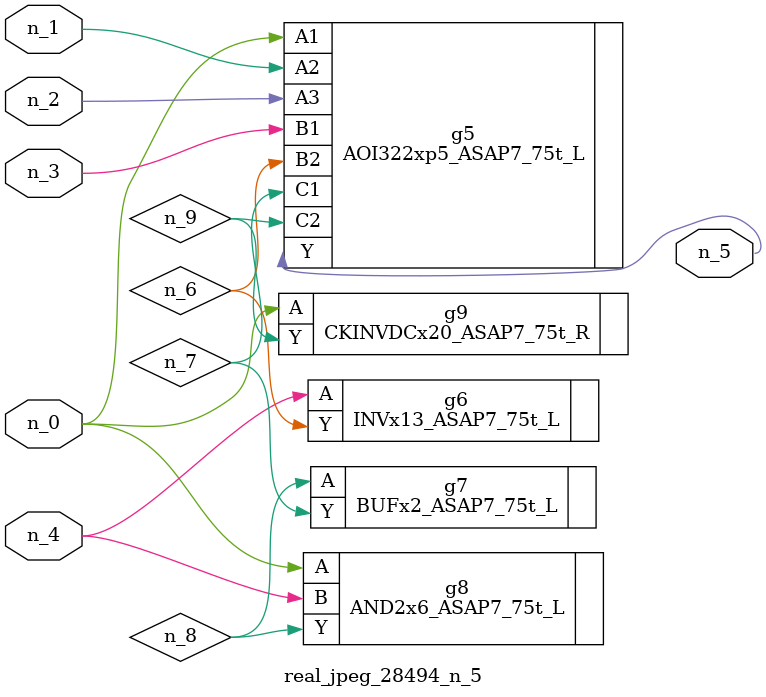
<source format=v>
module real_jpeg_28494_n_5 (n_4, n_0, n_1, n_2, n_3, n_5);

input n_4;
input n_0;
input n_1;
input n_2;
input n_3;

output n_5;

wire n_8;
wire n_6;
wire n_7;
wire n_9;

AOI322xp5_ASAP7_75t_L g5 ( 
.A1(n_0),
.A2(n_1),
.A3(n_2),
.B1(n_3),
.B2(n_6),
.C1(n_7),
.C2(n_9),
.Y(n_5)
);

AND2x6_ASAP7_75t_L g8 ( 
.A(n_0),
.B(n_4),
.Y(n_8)
);

CKINVDCx20_ASAP7_75t_R g9 ( 
.A(n_0),
.Y(n_9)
);

INVx13_ASAP7_75t_L g6 ( 
.A(n_4),
.Y(n_6)
);

BUFx2_ASAP7_75t_L g7 ( 
.A(n_8),
.Y(n_7)
);


endmodule
</source>
